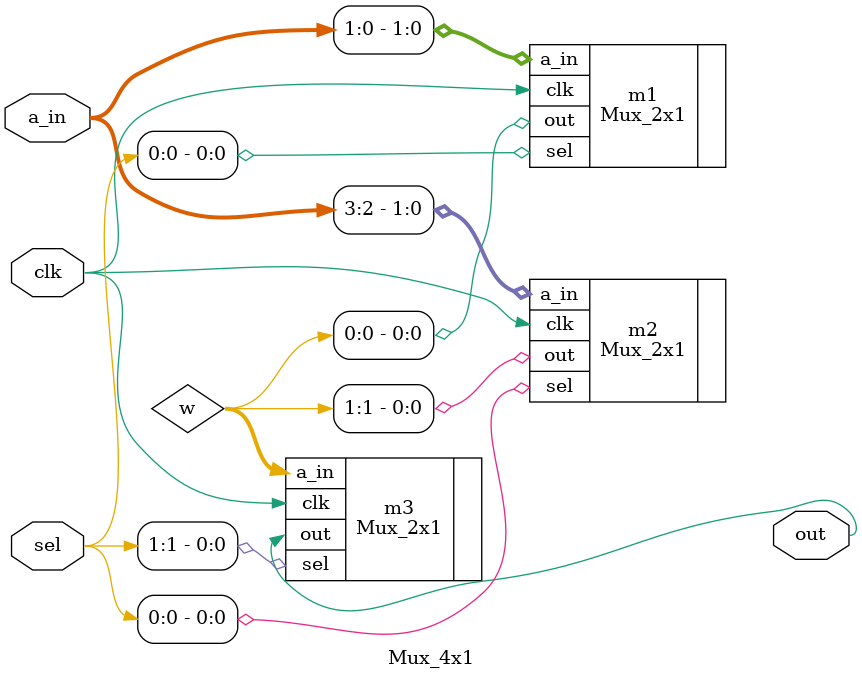
<source format=v>

module Mux_4x1 (
			input clk,			
			input [3:0] a_in,
			input [1:0] sel,
			output out
		);

	wire [1:0] w;
	
	Mux_2x1 m1(.clk(clk), .sel(sel[0]), .a_in(a_in[1:0]), .out(w[0]));
	Mux_2x1 m2(.clk(clk), .sel(sel[0]), .a_in(a_in[3:2]), .out(w[1]));
	Mux_2x1 m3(.clk(clk), .sel(sel[1]), .a_in(w), .out(out));
	

endmodule

</source>
